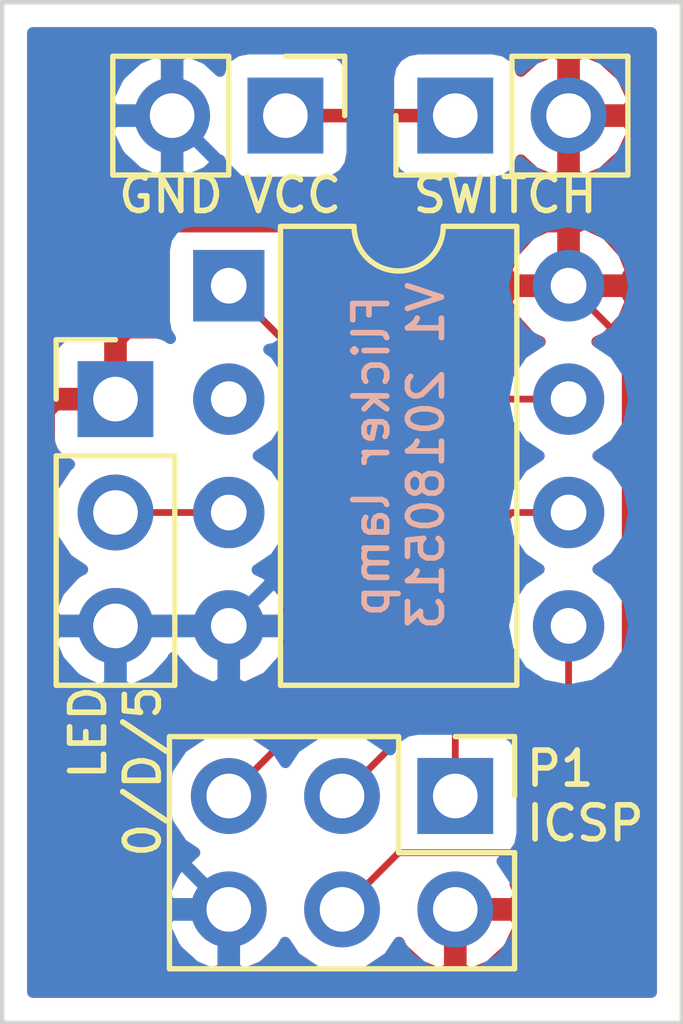
<source format=kicad_pcb>
(kicad_pcb (version 4) (host pcbnew 4.0.7-e2-6376~58~ubuntu16.04.1)

  (general
    (links 12)
    (no_connects 0)
    (area 145.159981 99.43998 163.3774 129.254782)
    (thickness 1.6)
    (drawings 10)
    (tracks 33)
    (zones 0)
    (modules 5)
    (nets 10)
  )

  (page A4)
  (layers
    (0 F.Cu signal)
    (31 B.Cu signal)
    (36 B.SilkS user)
    (37 F.SilkS user)
    (38 B.Mask user)
    (39 F.Mask user)
    (44 Edge.Cuts user)
  )

  (setup
    (last_trace_width 0.1524)
    (trace_clearance 0.1524)
    (zone_clearance 0.508)
    (zone_45_only no)
    (trace_min 0.1524)
    (segment_width 0.2)
    (edge_width 0.1)
    (via_size 0.6858)
    (via_drill 0.3302)
    (via_min_size 0.508)
    (via_min_drill 0.254)
    (uvia_size 0.6858)
    (uvia_drill 0.3302)
    (uvias_allowed no)
    (uvia_min_size 0)
    (uvia_min_drill 0)
    (pcb_text_width 0.3)
    (pcb_text_size 1.5 1.5)
    (mod_edge_width 0.15)
    (mod_text_size 1 1)
    (mod_text_width 0.15)
    (pad_size 1.5 1.5)
    (pad_drill 0.6)
    (pad_to_mask_clearance 0.0508)
    (aux_axis_origin 0 0)
    (visible_elements FFFFFF7F)
    (pcbplotparams
      (layerselection 0x00030_80000001)
      (usegerberextensions false)
      (excludeedgelayer true)
      (linewidth 0.100000)
      (plotframeref false)
      (viasonmask false)
      (mode 1)
      (useauxorigin false)
      (hpglpennumber 1)
      (hpglpenspeed 20)
      (hpglpendiameter 15)
      (hpglpenoverlay 2)
      (psnegative false)
      (psa4output false)
      (plotreference true)
      (plotvalue true)
      (plotinvisibletext false)
      (padsonsilk false)
      (subtractmaskfromsilk false)
      (outputformat 1)
      (mirror false)
      (drillshape 1)
      (scaleselection 1)
      (outputdirectory ""))
  )

  (net 0 "")
  (net 1 /VCC)
  (net 2 /LED)
  (net 3 /GND)
  (net 4 /VCCIN)
  (net 5 /RESET)
  (net 6 /MOSI)
  (net 7 "Net-(U1-Pad2)")
  (net 8 /MISO)
  (net 9 /SCK)

  (net_class Default "This is the default net class."
    (clearance 0.1524)
    (trace_width 0.1524)
    (via_dia 0.6858)
    (via_drill 0.3302)
    (uvia_dia 0.6858)
    (uvia_drill 0.3302)
    (add_net /LED)
    (add_net /MISO)
    (add_net /MOSI)
    (add_net /RESET)
    (add_net /SCK)
    (add_net "Net-(U1-Pad2)")
  )

  (net_class Power ""
    (clearance 0.1524)
    (trace_width 0.3048)
    (via_dia 0.6858)
    (via_drill 0.3302)
    (uvia_dia 0.6858)
    (uvia_drill 0.3302)
    (add_net /GND)
    (add_net /VCC)
    (add_net /VCCIN)
  )

  (module Socket_Strips:Socket_Strip_Straight_1x03_Pitch2.54mm (layer F.Cu) (tedit 5AF91971) (tstamp 5AF9164F)
    (at 149.86 110.49)
    (descr "Through hole straight socket strip, 1x03, 2.54mm pitch, single row")
    (tags "Through hole socket strip THT 1x03 2.54mm single row")
    (path /5AF8FF8A)
    (fp_text reference JLED1 (at 0 -2.33) (layer F.SilkS) hide
      (effects (font (size 1 1) (thickness 0.15)))
    )
    (fp_text value Conn_01x03 (at 0 7.41) (layer F.Fab) hide
      (effects (font (size 1 1) (thickness 0.15)))
    )
    (fp_line (start -1.27 -1.27) (end -1.27 6.35) (layer F.Fab) (width 0.1))
    (fp_line (start -1.27 6.35) (end 1.27 6.35) (layer F.Fab) (width 0.1))
    (fp_line (start 1.27 6.35) (end 1.27 -1.27) (layer F.Fab) (width 0.1))
    (fp_line (start 1.27 -1.27) (end -1.27 -1.27) (layer F.Fab) (width 0.1))
    (fp_line (start -1.33 1.27) (end -1.33 6.41) (layer F.SilkS) (width 0.12))
    (fp_line (start -1.33 6.41) (end 1.33 6.41) (layer F.SilkS) (width 0.12))
    (fp_line (start 1.33 6.41) (end 1.33 1.27) (layer F.SilkS) (width 0.12))
    (fp_line (start 1.33 1.27) (end -1.33 1.27) (layer F.SilkS) (width 0.12))
    (fp_line (start -1.33 0) (end -1.33 -1.33) (layer F.SilkS) (width 0.12))
    (fp_line (start -1.33 -1.33) (end 0 -1.33) (layer F.SilkS) (width 0.12))
    (fp_line (start -1.8 -1.8) (end -1.8 6.85) (layer F.CrtYd) (width 0.05))
    (fp_line (start -1.8 6.85) (end 1.8 6.85) (layer F.CrtYd) (width 0.05))
    (fp_line (start 1.8 6.85) (end 1.8 -1.8) (layer F.CrtYd) (width 0.05))
    (fp_line (start 1.8 -1.8) (end -1.8 -1.8) (layer F.CrtYd) (width 0.05))
    (pad 1 thru_hole rect (at 0 0) (size 1.7 1.7) (drill 1) (layers *.Cu *.Mask)
      (net 1 /VCC))
    (pad 2 thru_hole oval (at 0 2.54) (size 1.7 1.7) (drill 1) (layers *.Cu *.Mask)
      (net 2 /LED))
    (pad 3 thru_hole oval (at 0 5.08) (size 1.7 1.7) (drill 1) (layers *.Cu *.Mask)
      (net 3 /GND))
    (model ${KISYS3DMOD}/Socket_Strips.3dshapes/Socket_Strip_Straight_1x03_Pitch2.54mm.wrl
      (at (xyz 0 -0.1 0))
      (scale (xyz 1 1 1))
      (rotate (xyz 0 0 270))
    )
  )

  (module Socket_Strips:Socket_Strip_Straight_1x02_Pitch2.54mm (layer F.Cu) (tedit 5AF91988) (tstamp 5AF91664)
    (at 157.48 104.14 90)
    (descr "Through hole straight socket strip, 1x02, 2.54mm pitch, single row")
    (tags "Through hole socket strip THT 1x02 2.54mm single row")
    (path /5AF8FF69)
    (fp_text reference JPSW1 (at 0 -2.33 90) (layer F.SilkS) hide
      (effects (font (size 1 1) (thickness 0.15)))
    )
    (fp_text value Conn_01x02 (at 0 4.87 90) (layer F.Fab) hide
      (effects (font (size 1 1) (thickness 0.15)))
    )
    (fp_line (start -1.27 -1.27) (end -1.27 3.81) (layer F.Fab) (width 0.1))
    (fp_line (start -1.27 3.81) (end 1.27 3.81) (layer F.Fab) (width 0.1))
    (fp_line (start 1.27 3.81) (end 1.27 -1.27) (layer F.Fab) (width 0.1))
    (fp_line (start 1.27 -1.27) (end -1.27 -1.27) (layer F.Fab) (width 0.1))
    (fp_line (start -1.33 1.27) (end -1.33 3.87) (layer F.SilkS) (width 0.12))
    (fp_line (start -1.33 3.87) (end 1.33 3.87) (layer F.SilkS) (width 0.12))
    (fp_line (start 1.33 3.87) (end 1.33 1.27) (layer F.SilkS) (width 0.12))
    (fp_line (start 1.33 1.27) (end -1.33 1.27) (layer F.SilkS) (width 0.12))
    (fp_line (start -1.33 0) (end -1.33 -1.33) (layer F.SilkS) (width 0.12))
    (fp_line (start -1.33 -1.33) (end 0 -1.33) (layer F.SilkS) (width 0.12))
    (fp_line (start -1.8 -1.8) (end -1.8 4.35) (layer F.CrtYd) (width 0.05))
    (fp_line (start -1.8 4.35) (end 1.8 4.35) (layer F.CrtYd) (width 0.05))
    (fp_line (start 1.8 4.35) (end 1.8 -1.8) (layer F.CrtYd) (width 0.05))
    (fp_line (start 1.8 -1.8) (end -1.8 -1.8) (layer F.CrtYd) (width 0.05))
    (pad 1 thru_hole rect (at 0 0 90) (size 1.7 1.7) (drill 1) (layers *.Cu *.Mask)
      (net 4 /VCCIN))
    (pad 2 thru_hole oval (at 0 2.54 90) (size 1.7 1.7) (drill 1) (layers *.Cu *.Mask)
      (net 1 /VCC))
    (model ${KISYS3DMOD}/Socket_Strips.3dshapes/Socket_Strip_Straight_1x02_Pitch2.54mm.wrl
      (at (xyz 0 -0.05 0))
      (scale (xyz 1 1 1))
      (rotate (xyz 0 0 270))
    )
  )

  (module Socket_Strips:Socket_Strip_Straight_1x02_Pitch2.54mm (layer F.Cu) (tedit 5AF9199A) (tstamp 5AF91679)
    (at 153.67 104.14 270)
    (descr "Through hole straight socket strip, 1x02, 2.54mm pitch, single row")
    (tags "Through hole socket strip THT 1x02 2.54mm single row")
    (path /5AF8FEE0)
    (fp_text reference JPWR1 (at 0 -2.33 270) (layer F.SilkS) hide
      (effects (font (size 1 1) (thickness 0.15)))
    )
    (fp_text value Conn_01x02 (at 0 4.87 270) (layer F.Fab) hide
      (effects (font (size 1 1) (thickness 0.15)))
    )
    (fp_line (start -1.27 -1.27) (end -1.27 3.81) (layer F.Fab) (width 0.1))
    (fp_line (start -1.27 3.81) (end 1.27 3.81) (layer F.Fab) (width 0.1))
    (fp_line (start 1.27 3.81) (end 1.27 -1.27) (layer F.Fab) (width 0.1))
    (fp_line (start 1.27 -1.27) (end -1.27 -1.27) (layer F.Fab) (width 0.1))
    (fp_line (start -1.33 1.27) (end -1.33 3.87) (layer F.SilkS) (width 0.12))
    (fp_line (start -1.33 3.87) (end 1.33 3.87) (layer F.SilkS) (width 0.12))
    (fp_line (start 1.33 3.87) (end 1.33 1.27) (layer F.SilkS) (width 0.12))
    (fp_line (start 1.33 1.27) (end -1.33 1.27) (layer F.SilkS) (width 0.12))
    (fp_line (start -1.33 0) (end -1.33 -1.33) (layer F.SilkS) (width 0.12))
    (fp_line (start -1.33 -1.33) (end 0 -1.33) (layer F.SilkS) (width 0.12))
    (fp_line (start -1.8 -1.8) (end -1.8 4.35) (layer F.CrtYd) (width 0.05))
    (fp_line (start -1.8 4.35) (end 1.8 4.35) (layer F.CrtYd) (width 0.05))
    (fp_line (start 1.8 4.35) (end 1.8 -1.8) (layer F.CrtYd) (width 0.05))
    (fp_line (start 1.8 -1.8) (end -1.8 -1.8) (layer F.CrtYd) (width 0.05))
    (pad 1 thru_hole rect (at 0 0 270) (size 1.7 1.7) (drill 1) (layers *.Cu *.Mask)
      (net 4 /VCCIN))
    (pad 2 thru_hole oval (at 0 2.54 270) (size 1.7 1.7) (drill 1) (layers *.Cu *.Mask)
      (net 3 /GND))
    (model ${KISYS3DMOD}/Socket_Strips.3dshapes/Socket_Strip_Straight_1x02_Pitch2.54mm.wrl
      (at (xyz 0 -0.05 0))
      (scale (xyz 1 1 1))
      (rotate (xyz 0 0 270))
    )
  )

  (module Housings_DIP:DIP-8_W7.62mm (layer F.Cu) (tedit 5AF919A4) (tstamp 5AF91695)
    (at 152.4 107.95)
    (descr "8-lead though-hole mounted DIP package, row spacing 7.62 mm (300 mils)")
    (tags "THT DIP DIL PDIP 2.54mm 7.62mm 300mil")
    (path /5AF8FD74)
    (fp_text reference U1 (at 3.81 -2.33) (layer F.SilkS) hide
      (effects (font (size 1 1) (thickness 0.15)))
    )
    (fp_text value ATTINY13A-PU (at 3.81 9.95) (layer F.Fab) hide
      (effects (font (size 1 1) (thickness 0.15)))
    )
    (fp_arc (start 3.81 -1.33) (end 2.81 -1.33) (angle -180) (layer F.SilkS) (width 0.12))
    (fp_line (start 1.635 -1.27) (end 6.985 -1.27) (layer F.Fab) (width 0.1))
    (fp_line (start 6.985 -1.27) (end 6.985 8.89) (layer F.Fab) (width 0.1))
    (fp_line (start 6.985 8.89) (end 0.635 8.89) (layer F.Fab) (width 0.1))
    (fp_line (start 0.635 8.89) (end 0.635 -0.27) (layer F.Fab) (width 0.1))
    (fp_line (start 0.635 -0.27) (end 1.635 -1.27) (layer F.Fab) (width 0.1))
    (fp_line (start 2.81 -1.33) (end 1.16 -1.33) (layer F.SilkS) (width 0.12))
    (fp_line (start 1.16 -1.33) (end 1.16 8.95) (layer F.SilkS) (width 0.12))
    (fp_line (start 1.16 8.95) (end 6.46 8.95) (layer F.SilkS) (width 0.12))
    (fp_line (start 6.46 8.95) (end 6.46 -1.33) (layer F.SilkS) (width 0.12))
    (fp_line (start 6.46 -1.33) (end 4.81 -1.33) (layer F.SilkS) (width 0.12))
    (fp_line (start -1.1 -1.55) (end -1.1 9.15) (layer F.CrtYd) (width 0.05))
    (fp_line (start -1.1 9.15) (end 8.7 9.15) (layer F.CrtYd) (width 0.05))
    (fp_line (start 8.7 9.15) (end 8.7 -1.55) (layer F.CrtYd) (width 0.05))
    (fp_line (start 8.7 -1.55) (end -1.1 -1.55) (layer F.CrtYd) (width 0.05))
    (fp_text user %R (at 3.81 3.81) (layer F.Fab)
      (effects (font (size 1 1) (thickness 0.15)))
    )
    (pad 1 thru_hole rect (at 0 0) (size 1.6 1.6) (drill 0.8) (layers *.Cu *.Mask)
      (net 5 /RESET))
    (pad 5 thru_hole oval (at 7.62 7.62) (size 1.6 1.6) (drill 0.8) (layers *.Cu *.Mask)
      (net 6 /MOSI))
    (pad 2 thru_hole oval (at 0 2.54) (size 1.6 1.6) (drill 0.8) (layers *.Cu *.Mask)
      (net 7 "Net-(U1-Pad2)"))
    (pad 6 thru_hole oval (at 7.62 5.08) (size 1.6 1.6) (drill 0.8) (layers *.Cu *.Mask)
      (net 8 /MISO))
    (pad 3 thru_hole oval (at 0 5.08) (size 1.6 1.6) (drill 0.8) (layers *.Cu *.Mask)
      (net 2 /LED))
    (pad 7 thru_hole oval (at 7.62 2.54) (size 1.6 1.6) (drill 0.8) (layers *.Cu *.Mask)
      (net 9 /SCK))
    (pad 4 thru_hole oval (at 0 7.62) (size 1.6 1.6) (drill 0.8) (layers *.Cu *.Mask)
      (net 3 /GND))
    (pad 8 thru_hole oval (at 7.62 0) (size 1.6 1.6) (drill 0.8) (layers *.Cu *.Mask)
      (net 1 /VCC))
    (model ${KISYS3DMOD}/Housings_DIP.3dshapes/DIP-8_W7.62mm.wrl
      (at (xyz 0 0 0))
      (scale (xyz 1 1 1))
      (rotate (xyz 0 0 0))
    )
  )

  (module Pin_Headers:Pin_Header_Straight_2x03_Pitch2.54mm (layer F.Cu) (tedit 5AF91AE6) (tstamp 5AF91863)
    (at 157.48 119.38 270)
    (descr "Through hole straight pin header, 2x03, 2.54mm pitch, double rows")
    (tags "Through hole pin header THT 2x03 2.54mm double row")
    (path /5AF911D9)
    (fp_text reference JICSP1 (at 1.27 -2.33 270) (layer F.SilkS) hide
      (effects (font (size 1 1) (thickness 0.15)))
    )
    (fp_text value Conn_02x03_Odd_Even (at 1.27 7.41 270) (layer F.Fab) hide
      (effects (font (size 1 1) (thickness 0.15)))
    )
    (fp_line (start 0 -1.27) (end 3.81 -1.27) (layer F.Fab) (width 0.1))
    (fp_line (start 3.81 -1.27) (end 3.81 6.35) (layer F.Fab) (width 0.1))
    (fp_line (start 3.81 6.35) (end -1.27 6.35) (layer F.Fab) (width 0.1))
    (fp_line (start -1.27 6.35) (end -1.27 0) (layer F.Fab) (width 0.1))
    (fp_line (start -1.27 0) (end 0 -1.27) (layer F.Fab) (width 0.1))
    (fp_line (start -1.33 6.41) (end 3.87 6.41) (layer F.SilkS) (width 0.12))
    (fp_line (start -1.33 1.27) (end -1.33 6.41) (layer F.SilkS) (width 0.12))
    (fp_line (start 3.87 -1.33) (end 3.87 6.41) (layer F.SilkS) (width 0.12))
    (fp_line (start -1.33 1.27) (end 1.27 1.27) (layer F.SilkS) (width 0.12))
    (fp_line (start 1.27 1.27) (end 1.27 -1.33) (layer F.SilkS) (width 0.12))
    (fp_line (start 1.27 -1.33) (end 3.87 -1.33) (layer F.SilkS) (width 0.12))
    (fp_line (start -1.33 0) (end -1.33 -1.33) (layer F.SilkS) (width 0.12))
    (fp_line (start -1.33 -1.33) (end 0 -1.33) (layer F.SilkS) (width 0.12))
    (fp_line (start -1.8 -1.8) (end -1.8 6.85) (layer F.CrtYd) (width 0.05))
    (fp_line (start -1.8 6.85) (end 4.35 6.85) (layer F.CrtYd) (width 0.05))
    (fp_line (start 4.35 6.85) (end 4.35 -1.8) (layer F.CrtYd) (width 0.05))
    (fp_line (start 4.35 -1.8) (end -1.8 -1.8) (layer F.CrtYd) (width 0.05))
    (pad 1 thru_hole rect (at 0 0 270) (size 1.7 1.7) (drill 1) (layers *.Cu *.Mask)
      (net 8 /MISO))
    (pad 2 thru_hole oval (at 2.54 0 270) (size 1.7 1.7) (drill 1) (layers *.Cu *.Mask)
      (net 1 /VCC))
    (pad 3 thru_hole oval (at 0 2.54 270) (size 1.7 1.7) (drill 1) (layers *.Cu *.Mask)
      (net 9 /SCK))
    (pad 4 thru_hole oval (at 2.54 2.54 270) (size 1.7 1.7) (drill 1) (layers *.Cu *.Mask)
      (net 6 /MOSI))
    (pad 5 thru_hole oval (at 0 5.08 270) (size 1.7 1.7) (drill 1) (layers *.Cu *.Mask)
      (net 5 /RESET))
    (pad 6 thru_hole oval (at 2.54 5.08 270) (size 1.7 1.7) (drill 1) (layers *.Cu *.Mask)
      (net 3 /GND))
    (model ${KISYS3DMOD}/Pin_Headers.3dshapes/Pin_Header_Straight_2x03_Pitch2.54mm.wrl
      (at (xyz 0 0 0))
      (scale (xyz 1 1 1))
      (rotate (xyz 0 0 0))
    )
  )

  (gr_text "Flicker lamp\nV1 20180513" (at 156.21 111.76 90) (layer B.SilkS)
    (effects (font (size 0.762 0.762) (thickness 0.127)) (justify mirror))
  )
  (gr_text "P1\nICSP" (at 159.004 119.38) (layer F.SilkS)
    (effects (font (size 0.762 0.762) (thickness 0.127)) (justify left))
  )
  (gr_text SWITCH (at 156.464 105.918) (layer F.SilkS)
    (effects (font (size 0.762 0.762) (thickness 0.127)) (justify left))
  )
  (gr_text VCC (at 152.654 105.918) (layer F.SilkS)
    (effects (font (size 0.762 0.762) (thickness 0.127)) (justify left))
  )
  (gr_text GND (at 149.86 105.918) (layer F.SilkS)
    (effects (font (size 0.762 0.762) (thickness 0.127)) (justify left))
  )
  (gr_text "LED\n0/D/5" (at 149.86 116.84 90) (layer F.SilkS)
    (effects (font (size 0.762 0.762) (thickness 0.127)) (justify right))
  )
  (gr_line (start 147.32 124.46) (end 147.32 101.6) (angle 90) (layer Edge.Cuts) (width 0.1))
  (gr_line (start 162.56 124.46) (end 147.32 124.46) (angle 90) (layer Edge.Cuts) (width 0.1))
  (gr_line (start 162.56 101.6) (end 162.56 124.46) (angle 90) (layer Edge.Cuts) (width 0.1))
  (gr_line (start 147.32 101.6) (end 162.56 101.6) (angle 90) (layer Edge.Cuts) (width 0.1))

  (segment (start 149.86 110.49) (end 149.86 107.95) (width 0.1524) (layer F.Cu) (net 1))
  (segment (start 151.13 106.68) (end 160.02 106.68) (width 0.1524) (layer F.Cu) (net 1) (tstamp 5AF91BC8))
  (segment (start 149.86 107.95) (end 151.13 106.68) (width 0.1524) (layer F.Cu) (net 1) (tstamp 5AF91BC5))
  (segment (start 157.48 121.92) (end 160.02 121.92) (width 0.1524) (layer F.Cu) (net 1))
  (segment (start 161.29 109.22) (end 160.02 107.95) (width 0.1524) (layer F.Cu) (net 1) (tstamp 5AF91BBB))
  (segment (start 161.29 120.65) (end 161.29 109.22) (width 0.1524) (layer F.Cu) (net 1) (tstamp 5AF91BBA))
  (segment (start 160.02 121.92) (end 161.29 120.65) (width 0.1524) (layer F.Cu) (net 1) (tstamp 5AF91BB4))
  (segment (start 160.02 104.14) (end 160.02 106.68) (width 0.1524) (layer F.Cu) (net 1))
  (segment (start 160.02 106.68) (end 160.02 107.95) (width 0.1524) (layer F.Cu) (net 1) (tstamp 5AF91BCC))
  (segment (start 149.86 113.03) (end 152.4 113.03) (width 0.1524) (layer F.Cu) (net 2))
  (segment (start 152.4 121.92) (end 149.86 119.38) (width 0.3048) (layer B.Cu) (net 3))
  (segment (start 149.86 119.38) (end 149.86 115.57) (width 0.3048) (layer B.Cu) (net 3) (tstamp 5AF91BA4))
  (segment (start 151.13 104.14) (end 153.67 106.68) (width 0.3048) (layer B.Cu) (net 3))
  (segment (start 153.67 106.68) (end 153.67 114.3) (width 0.3048) (layer B.Cu) (net 3) (tstamp 5AF91BA0))
  (segment (start 153.67 114.3) (end 152.4 115.57) (width 0.3048) (layer B.Cu) (net 3) (tstamp 5AF91BA1))
  (segment (start 149.86 115.57) (end 152.4 115.57) (width 0.3048) (layer B.Cu) (net 3))
  (segment (start 153.67 104.14) (end 157.48 104.14) (width 0.3048) (layer F.Cu) (net 4))
  (segment (start 152.4 107.95) (end 153.67 109.22) (width 0.1524) (layer F.Cu) (net 5))
  (segment (start 153.67 118.11) (end 152.4 119.38) (width 0.1524) (layer F.Cu) (net 5) (tstamp 5AF91BD3))
  (segment (start 153.67 109.22) (end 153.67 118.11) (width 0.1524) (layer F.Cu) (net 5) (tstamp 5AF91BD1))
  (segment (start 160.02 115.57) (end 160.02 119.38) (width 0.1524) (layer F.Cu) (net 6))
  (segment (start 156.21 120.65) (end 154.94 121.92) (width 0.1524) (layer F.Cu) (net 6) (tstamp 5AF91C29))
  (segment (start 158.75 120.65) (end 156.21 120.65) (width 0.1524) (layer F.Cu) (net 6) (tstamp 5AF91C28))
  (segment (start 160.02 119.38) (end 158.75 120.65) (width 0.1524) (layer F.Cu) (net 6) (tstamp 5AF91C25))
  (segment (start 160.02 113.03) (end 158.75 113.03) (width 0.1524) (layer F.Cu) (net 8))
  (segment (start 157.48 114.3) (end 157.48 119.38) (width 0.1524) (layer F.Cu) (net 8) (tstamp 5AF91C21))
  (segment (start 158.75 113.03) (end 157.48 114.3) (width 0.1524) (layer F.Cu) (net 8) (tstamp 5AF91C1D))
  (segment (start 156.21 116.84) (end 156.21 118.11) (width 0.1524) (layer F.Cu) (net 9))
  (segment (start 156.21 118.11) (end 154.94 119.38) (width 0.1524) (layer F.Cu) (net 9) (tstamp 5AF91DE6))
  (segment (start 160.02 110.49) (end 157.48 110.49) (width 0.1524) (layer F.Cu) (net 9))
  (segment (start 156.21 111.76) (end 156.21 116.84) (width 0.1524) (layer F.Cu) (net 9) (tstamp 5AF91C0F))
  (segment (start 156.21 116.84) (end 156.21 116.84) (width 0.1524) (layer F.Cu) (net 9) (tstamp 5AF91DC3))
  (segment (start 157.48 110.49) (end 156.21 111.76) (width 0.1524) (layer F.Cu) (net 9) (tstamp 5AF91C0B))

  (zone (net 1) (net_name /VCC) (layer F.Cu) (tstamp 5AF91D05) (hatch edge 0.508)
    (connect_pads (clearance 0.508))
    (min_thickness 0.254)
    (fill yes (arc_segments 16) (thermal_gap 0.508) (thermal_bridge_width 0.508))
    (polygon
      (pts
        (xy 147.32 101.6) (xy 162.56 101.6) (xy 162.56 124.46) (xy 147.32 124.46)
      )
    )
    (filled_polygon
      (pts
        (xy 161.875 123.775) (xy 148.005 123.775) (xy 148.005 113.03) (xy 148.345907 113.03) (xy 148.458946 113.598285)
        (xy 148.780853 114.080054) (xy 149.110026 114.3) (xy 148.780853 114.519946) (xy 148.458946 115.001715) (xy 148.345907 115.57)
        (xy 148.458946 116.138285) (xy 148.780853 116.620054) (xy 149.262622 116.941961) (xy 149.830907 117.055) (xy 149.889093 117.055)
        (xy 150.457378 116.941961) (xy 150.939147 116.620054) (xy 151.15998 116.289554) (xy 151.357189 116.584698) (xy 151.822736 116.895767)
        (xy 152.371887 117.005) (xy 152.428113 117.005) (xy 152.9588 116.89944) (xy 152.9588 117.815411) (xy 152.823971 117.95024)
        (xy 152.4 117.865907) (xy 151.831715 117.978946) (xy 151.349946 118.300853) (xy 151.028039 118.782622) (xy 150.915 119.350907)
        (xy 150.915 119.409093) (xy 151.028039 119.977378) (xy 151.349946 120.459147) (xy 151.635578 120.65) (xy 151.349946 120.840853)
        (xy 151.028039 121.322622) (xy 150.915 121.890907) (xy 150.915 121.949093) (xy 151.028039 122.517378) (xy 151.349946 122.999147)
        (xy 151.831715 123.321054) (xy 152.4 123.434093) (xy 152.968285 123.321054) (xy 153.450054 122.999147) (xy 153.67 122.669974)
        (xy 153.889946 122.999147) (xy 154.371715 123.321054) (xy 154.94 123.434093) (xy 155.508285 123.321054) (xy 155.990054 122.999147)
        (xy 156.217702 122.658447) (xy 156.284817 122.801358) (xy 156.713076 123.191645) (xy 157.12311 123.361476) (xy 157.353 123.240155)
        (xy 157.353 122.047) (xy 157.607 122.047) (xy 157.607 123.240155) (xy 157.83689 123.361476) (xy 158.246924 123.191645)
        (xy 158.675183 122.801358) (xy 158.921486 122.276892) (xy 158.800819 122.047) (xy 157.607 122.047) (xy 157.353 122.047)
        (xy 157.333 122.047) (xy 157.333 121.793) (xy 157.353 121.793) (xy 157.353 121.773) (xy 157.607 121.773)
        (xy 157.607 121.793) (xy 158.800819 121.793) (xy 158.921486 121.563108) (xy 158.820115 121.347253) (xy 159.022165 121.307063)
        (xy 159.252894 121.152894) (xy 160.522894 119.882895) (xy 160.677063 119.652165) (xy 160.686045 119.60701) (xy 160.7312 119.38)
        (xy 160.7312 116.806274) (xy 161.062811 116.584698) (xy 161.37388 116.119151) (xy 161.483113 115.57) (xy 161.37388 115.020849)
        (xy 161.062811 114.555302) (xy 160.680725 114.3) (xy 161.062811 114.044698) (xy 161.37388 113.579151) (xy 161.483113 113.03)
        (xy 161.37388 112.480849) (xy 161.062811 112.015302) (xy 160.680725 111.76) (xy 161.062811 111.504698) (xy 161.37388 111.039151)
        (xy 161.483113 110.49) (xy 161.37388 109.940849) (xy 161.062811 109.475302) (xy 160.658297 109.205014) (xy 160.875134 109.102389)
        (xy 161.251041 108.687423) (xy 161.411904 108.299039) (xy 161.289915 108.077) (xy 160.147 108.077) (xy 160.147 108.097)
        (xy 159.893 108.097) (xy 159.893 108.077) (xy 158.750085 108.077) (xy 158.628096 108.299039) (xy 158.788959 108.687423)
        (xy 159.164866 109.102389) (xy 159.381703 109.205014) (xy 158.977189 109.475302) (xy 158.774398 109.7788) (xy 157.48 109.7788)
        (xy 157.25299 109.823955) (xy 157.207835 109.832937) (xy 156.977105 109.987106) (xy 155.707106 111.257106) (xy 155.552937 111.487835)
        (xy 155.552937 111.487836) (xy 155.4988 111.76) (xy 155.4988 117.815411) (xy 155.363971 117.95024) (xy 154.94 117.865907)
        (xy 154.3812 117.977059) (xy 154.3812 109.22) (xy 154.327063 108.947836) (xy 154.327063 108.947835) (xy 154.172894 108.717105)
        (xy 153.84744 108.391651) (xy 153.84744 107.600961) (xy 158.628096 107.600961) (xy 158.750085 107.823) (xy 159.893 107.823)
        (xy 159.893 106.679371) (xy 160.147 106.679371) (xy 160.147 107.823) (xy 161.289915 107.823) (xy 161.411904 107.600961)
        (xy 161.251041 107.212577) (xy 160.875134 106.797611) (xy 160.369041 106.558086) (xy 160.147 106.679371) (xy 159.893 106.679371)
        (xy 159.670959 106.558086) (xy 159.164866 106.797611) (xy 158.788959 107.212577) (xy 158.628096 107.600961) (xy 153.84744 107.600961)
        (xy 153.84744 107.15) (xy 153.803162 106.914683) (xy 153.66409 106.698559) (xy 153.45189 106.553569) (xy 153.2 106.50256)
        (xy 151.6 106.50256) (xy 151.364683 106.546838) (xy 151.148559 106.68591) (xy 151.003569 106.89811) (xy 150.95256 107.15)
        (xy 150.95256 108.75) (xy 150.996838 108.985317) (xy 151.075344 109.107319) (xy 151.069698 109.101673) (xy 150.836309 109.005)
        (xy 150.14575 109.005) (xy 149.987 109.16375) (xy 149.987 110.363) (xy 150.007 110.363) (xy 150.007 110.617)
        (xy 149.987 110.617) (xy 149.987 110.637) (xy 149.733 110.637) (xy 149.733 110.617) (xy 148.53375 110.617)
        (xy 148.375 110.77575) (xy 148.375 111.46631) (xy 148.471673 111.699699) (xy 148.650302 111.878327) (xy 148.824777 111.950597)
        (xy 148.780853 111.979946) (xy 148.458946 112.461715) (xy 148.345907 113.03) (xy 148.005 113.03) (xy 148.005 109.51369)
        (xy 148.375 109.51369) (xy 148.375 110.20425) (xy 148.53375 110.363) (xy 149.733 110.363) (xy 149.733 109.16375)
        (xy 149.57425 109.005) (xy 148.883691 109.005) (xy 148.650302 109.101673) (xy 148.471673 109.280301) (xy 148.375 109.51369)
        (xy 148.005 109.51369) (xy 148.005 104.110907) (xy 149.645 104.110907) (xy 149.645 104.169093) (xy 149.758039 104.737378)
        (xy 150.079946 105.219147) (xy 150.561715 105.541054) (xy 151.13 105.654093) (xy 151.698285 105.541054) (xy 152.180054 105.219147)
        (xy 152.20785 105.177548) (xy 152.216838 105.225317) (xy 152.35591 105.441441) (xy 152.56811 105.586431) (xy 152.82 105.63744)
        (xy 154.52 105.63744) (xy 154.755317 105.593162) (xy 154.971441 105.45409) (xy 155.116431 105.24189) (xy 155.16744 104.99)
        (xy 155.16744 104.9274) (xy 155.98256 104.9274) (xy 155.98256 104.99) (xy 156.026838 105.225317) (xy 156.16591 105.441441)
        (xy 156.37811 105.586431) (xy 156.63 105.63744) (xy 158.33 105.63744) (xy 158.565317 105.593162) (xy 158.781441 105.45409)
        (xy 158.926431 105.24189) (xy 158.948301 105.133893) (xy 159.253076 105.411645) (xy 159.66311 105.581476) (xy 159.893 105.460155)
        (xy 159.893 104.267) (xy 160.147 104.267) (xy 160.147 105.460155) (xy 160.37689 105.581476) (xy 160.786924 105.411645)
        (xy 161.215183 105.021358) (xy 161.461486 104.496892) (xy 161.340819 104.267) (xy 160.147 104.267) (xy 159.893 104.267)
        (xy 159.873 104.267) (xy 159.873 104.013) (xy 159.893 104.013) (xy 159.893 102.819845) (xy 160.147 102.819845)
        (xy 160.147 104.013) (xy 161.340819 104.013) (xy 161.461486 103.783108) (xy 161.215183 103.258642) (xy 160.786924 102.868355)
        (xy 160.37689 102.698524) (xy 160.147 102.819845) (xy 159.893 102.819845) (xy 159.66311 102.698524) (xy 159.253076 102.868355)
        (xy 158.950063 103.144501) (xy 158.933162 103.054683) (xy 158.79409 102.838559) (xy 158.58189 102.693569) (xy 158.33 102.64256)
        (xy 156.63 102.64256) (xy 156.394683 102.686838) (xy 156.178559 102.82591) (xy 156.033569 103.03811) (xy 155.98256 103.29)
        (xy 155.98256 103.3526) (xy 155.16744 103.3526) (xy 155.16744 103.29) (xy 155.123162 103.054683) (xy 154.98409 102.838559)
        (xy 154.77189 102.693569) (xy 154.52 102.64256) (xy 152.82 102.64256) (xy 152.584683 102.686838) (xy 152.368559 102.82591)
        (xy 152.223569 103.03811) (xy 152.209914 103.105541) (xy 152.180054 103.060853) (xy 151.698285 102.738946) (xy 151.13 102.625907)
        (xy 150.561715 102.738946) (xy 150.079946 103.060853) (xy 149.758039 103.542622) (xy 149.645 104.110907) (xy 148.005 104.110907)
        (xy 148.005 102.285) (xy 161.875 102.285)
      )
    )
  )
  (zone (net 3) (net_name /GND) (layer B.Cu) (tstamp 5AF91D18) (hatch edge 0.508)
    (connect_pads (clearance 0.508))
    (min_thickness 0.254)
    (fill yes (arc_segments 16) (thermal_gap 0.508) (thermal_bridge_width 0.508))
    (polygon
      (pts
        (xy 147.32 101.6) (xy 162.56 101.6) (xy 162.56 114.3) (xy 162.56 124.46) (xy 147.32 124.46)
      )
    )
    (filled_polygon
      (pts
        (xy 161.875 123.775) (xy 148.005 123.775) (xy 148.005 122.276892) (xy 150.958514 122.276892) (xy 151.204817 122.801358)
        (xy 151.633076 123.191645) (xy 152.04311 123.361476) (xy 152.273 123.240155) (xy 152.273 122.047) (xy 151.079181 122.047)
        (xy 150.958514 122.276892) (xy 148.005 122.276892) (xy 148.005 119.350907) (xy 150.915 119.350907) (xy 150.915 119.409093)
        (xy 151.028039 119.977378) (xy 151.349946 120.459147) (xy 151.633101 120.648345) (xy 151.633076 120.648355) (xy 151.204817 121.038642)
        (xy 150.958514 121.563108) (xy 151.079181 121.793) (xy 152.273 121.793) (xy 152.273 121.773) (xy 152.527 121.773)
        (xy 152.527 121.793) (xy 152.547 121.793) (xy 152.547 122.047) (xy 152.527 122.047) (xy 152.527 123.240155)
        (xy 152.75689 123.361476) (xy 153.166924 123.191645) (xy 153.595183 122.801358) (xy 153.662298 122.658447) (xy 153.889946 122.999147)
        (xy 154.371715 123.321054) (xy 154.94 123.434093) (xy 155.508285 123.321054) (xy 155.990054 122.999147) (xy 156.21 122.669974)
        (xy 156.429946 122.999147) (xy 156.911715 123.321054) (xy 157.48 123.434093) (xy 158.048285 123.321054) (xy 158.530054 122.999147)
        (xy 158.851961 122.517378) (xy 158.965 121.949093) (xy 158.965 121.890907) (xy 158.851961 121.322622) (xy 158.530054 120.840853)
        (xy 158.528821 120.840029) (xy 158.565317 120.833162) (xy 158.781441 120.69409) (xy 158.926431 120.48189) (xy 158.97744 120.23)
        (xy 158.97744 118.53) (xy 158.933162 118.294683) (xy 158.79409 118.078559) (xy 158.58189 117.933569) (xy 158.33 117.88256)
        (xy 156.63 117.88256) (xy 156.394683 117.926838) (xy 156.178559 118.06591) (xy 156.033569 118.27811) (xy 156.019914 118.345541)
        (xy 155.990054 118.300853) (xy 155.508285 117.978946) (xy 154.94 117.865907) (xy 154.371715 117.978946) (xy 153.889946 118.300853)
        (xy 153.67 118.630026) (xy 153.450054 118.300853) (xy 152.968285 117.978946) (xy 152.4 117.865907) (xy 151.831715 117.978946)
        (xy 151.349946 118.300853) (xy 151.028039 118.782622) (xy 150.915 119.350907) (xy 148.005 119.350907) (xy 148.005 115.92689)
        (xy 148.418524 115.92689) (xy 148.588355 116.336924) (xy 148.978642 116.765183) (xy 149.503108 117.011486) (xy 149.733 116.890819)
        (xy 149.733 115.697) (xy 149.987 115.697) (xy 149.987 116.890819) (xy 150.216892 117.011486) (xy 150.741358 116.765183)
        (xy 151.131645 116.336924) (xy 151.156412 116.277129) (xy 151.168959 116.307423) (xy 151.544866 116.722389) (xy 152.050959 116.961914)
        (xy 152.273 116.840629) (xy 152.273 115.697) (xy 152.527 115.697) (xy 152.527 116.840629) (xy 152.749041 116.961914)
        (xy 153.255134 116.722389) (xy 153.631041 116.307423) (xy 153.791904 115.919039) (xy 153.669915 115.697) (xy 152.527 115.697)
        (xy 152.273 115.697) (xy 149.987 115.697) (xy 149.733 115.697) (xy 148.539845 115.697) (xy 148.418524 115.92689)
        (xy 148.005 115.92689) (xy 148.005 113.03) (xy 148.345907 113.03) (xy 148.458946 113.598285) (xy 148.780853 114.080054)
        (xy 149.121553 114.307702) (xy 148.978642 114.374817) (xy 148.588355 114.803076) (xy 148.418524 115.21311) (xy 148.539845 115.443)
        (xy 149.733 115.443) (xy 149.733 115.423) (xy 149.987 115.423) (xy 149.987 115.443) (xy 152.273 115.443)
        (xy 152.273 115.423) (xy 152.527 115.423) (xy 152.527 115.443) (xy 153.669915 115.443) (xy 153.791904 115.220961)
        (xy 153.631041 114.832577) (xy 153.255134 114.417611) (xy 153.038297 114.314986) (xy 153.442811 114.044698) (xy 153.75388 113.579151)
        (xy 153.863113 113.03) (xy 153.75388 112.480849) (xy 153.442811 112.015302) (xy 153.060725 111.76) (xy 153.442811 111.504698)
        (xy 153.75388 111.039151) (xy 153.863113 110.49) (xy 153.75388 109.940849) (xy 153.442811 109.475302) (xy 153.298535 109.378899)
        (xy 153.435317 109.353162) (xy 153.651441 109.21409) (xy 153.796431 109.00189) (xy 153.84744 108.75) (xy 153.84744 107.95)
        (xy 158.556887 107.95) (xy 158.66612 108.499151) (xy 158.977189 108.964698) (xy 159.359275 109.22) (xy 158.977189 109.475302)
        (xy 158.66612 109.940849) (xy 158.556887 110.49) (xy 158.66612 111.039151) (xy 158.977189 111.504698) (xy 159.359275 111.76)
        (xy 158.977189 112.015302) (xy 158.66612 112.480849) (xy 158.556887 113.03) (xy 158.66612 113.579151) (xy 158.977189 114.044698)
        (xy 159.359275 114.3) (xy 158.977189 114.555302) (xy 158.66612 115.020849) (xy 158.556887 115.57) (xy 158.66612 116.119151)
        (xy 158.977189 116.584698) (xy 159.442736 116.895767) (xy 159.991887 117.005) (xy 160.048113 117.005) (xy 160.597264 116.895767)
        (xy 161.062811 116.584698) (xy 161.37388 116.119151) (xy 161.483113 115.57) (xy 161.37388 115.020849) (xy 161.062811 114.555302)
        (xy 160.680725 114.3) (xy 161.062811 114.044698) (xy 161.37388 113.579151) (xy 161.483113 113.03) (xy 161.37388 112.480849)
        (xy 161.062811 112.015302) (xy 160.680725 111.76) (xy 161.062811 111.504698) (xy 161.37388 111.039151) (xy 161.483113 110.49)
        (xy 161.37388 109.940849) (xy 161.062811 109.475302) (xy 160.680725 109.22) (xy 161.062811 108.964698) (xy 161.37388 108.499151)
        (xy 161.483113 107.95) (xy 161.37388 107.400849) (xy 161.062811 106.935302) (xy 160.597264 106.624233) (xy 160.048113 106.515)
        (xy 159.991887 106.515) (xy 159.442736 106.624233) (xy 158.977189 106.935302) (xy 158.66612 107.400849) (xy 158.556887 107.95)
        (xy 153.84744 107.95) (xy 153.84744 107.15) (xy 153.803162 106.914683) (xy 153.66409 106.698559) (xy 153.45189 106.553569)
        (xy 153.2 106.50256) (xy 151.6 106.50256) (xy 151.364683 106.546838) (xy 151.148559 106.68591) (xy 151.003569 106.89811)
        (xy 150.95256 107.15) (xy 150.95256 108.75) (xy 150.996838 108.985317) (xy 151.091158 109.131894) (xy 150.96189 109.043569)
        (xy 150.71 108.99256) (xy 149.01 108.99256) (xy 148.774683 109.036838) (xy 148.558559 109.17591) (xy 148.413569 109.38811)
        (xy 148.36256 109.64) (xy 148.36256 111.34) (xy 148.406838 111.575317) (xy 148.54591 111.791441) (xy 148.75811 111.936431)
        (xy 148.825541 111.950086) (xy 148.780853 111.979946) (xy 148.458946 112.461715) (xy 148.345907 113.03) (xy 148.005 113.03)
        (xy 148.005 104.496892) (xy 149.688514 104.496892) (xy 149.934817 105.021358) (xy 150.363076 105.411645) (xy 150.77311 105.581476)
        (xy 151.003 105.460155) (xy 151.003 104.267) (xy 149.809181 104.267) (xy 149.688514 104.496892) (xy 148.005 104.496892)
        (xy 148.005 103.783108) (xy 149.688514 103.783108) (xy 149.809181 104.013) (xy 151.003 104.013) (xy 151.003 102.819845)
        (xy 151.257 102.819845) (xy 151.257 104.013) (xy 151.277 104.013) (xy 151.277 104.267) (xy 151.257 104.267)
        (xy 151.257 105.460155) (xy 151.48689 105.581476) (xy 151.896924 105.411645) (xy 152.199937 105.135499) (xy 152.216838 105.225317)
        (xy 152.35591 105.441441) (xy 152.56811 105.586431) (xy 152.82 105.63744) (xy 154.52 105.63744) (xy 154.755317 105.593162)
        (xy 154.971441 105.45409) (xy 155.116431 105.24189) (xy 155.16744 104.99) (xy 155.16744 103.29) (xy 155.98256 103.29)
        (xy 155.98256 104.99) (xy 156.026838 105.225317) (xy 156.16591 105.441441) (xy 156.37811 105.586431) (xy 156.63 105.63744)
        (xy 158.33 105.63744) (xy 158.565317 105.593162) (xy 158.781441 105.45409) (xy 158.926431 105.24189) (xy 158.940086 105.174459)
        (xy 158.969946 105.219147) (xy 159.451715 105.541054) (xy 160.02 105.654093) (xy 160.588285 105.541054) (xy 161.070054 105.219147)
        (xy 161.391961 104.737378) (xy 161.505 104.169093) (xy 161.505 104.110907) (xy 161.391961 103.542622) (xy 161.070054 103.060853)
        (xy 160.588285 102.738946) (xy 160.02 102.625907) (xy 159.451715 102.738946) (xy 158.969946 103.060853) (xy 158.94215 103.102452)
        (xy 158.933162 103.054683) (xy 158.79409 102.838559) (xy 158.58189 102.693569) (xy 158.33 102.64256) (xy 156.63 102.64256)
        (xy 156.394683 102.686838) (xy 156.178559 102.82591) (xy 156.033569 103.03811) (xy 155.98256 103.29) (xy 155.16744 103.29)
        (xy 155.123162 103.054683) (xy 154.98409 102.838559) (xy 154.77189 102.693569) (xy 154.52 102.64256) (xy 152.82 102.64256)
        (xy 152.584683 102.686838) (xy 152.368559 102.82591) (xy 152.223569 103.03811) (xy 152.201699 103.146107) (xy 151.896924 102.868355)
        (xy 151.48689 102.698524) (xy 151.257 102.819845) (xy 151.003 102.819845) (xy 150.77311 102.698524) (xy 150.363076 102.868355)
        (xy 149.934817 103.258642) (xy 149.688514 103.783108) (xy 148.005 103.783108) (xy 148.005 102.285) (xy 161.875 102.285)
      )
    )
  )
)

</source>
